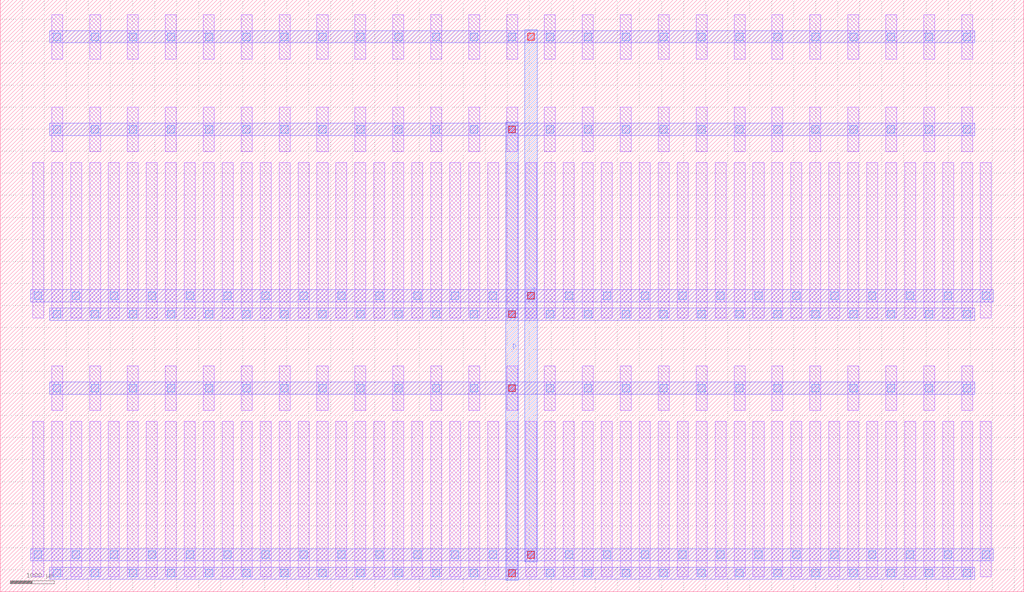
<source format=lef>
MACRO DCL_NMOS_S_38019457_X25_Y2
  UNITS 
    DATABASE MICRONS UNITS 1000;
  END UNITS 
  ORIGIN 0 0 ;
  FOREIGN DCL_NMOS_S_38019457_X25_Y2 0 0 ;
  SIZE 23220 BY 13440 ;
  PIN D
    DIRECTION INOUT ;
    USE SIGNAL ;
    PORT
      LAYER M3 ;
        RECT 11470 260 11750 10660 ;
    END
  END D
  PIN S
    DIRECTION INOUT ;
    USE SIGNAL ;
    PORT
      LAYER M3 ;
        RECT 11900 680 12180 12760 ;
    END
  END S
  OBS
    LAYER M1 ;
      RECT 1165 335 1415 3865 ;
    LAYER M1 ;
      RECT 1165 4115 1415 5125 ;
    LAYER M1 ;
      RECT 1165 6215 1415 9745 ;
    LAYER M1 ;
      RECT 1165 9995 1415 11005 ;
    LAYER M1 ;
      RECT 1165 12095 1415 13105 ;
    LAYER M1 ;
      RECT 735 335 985 3865 ;
    LAYER M1 ;
      RECT 735 6215 985 9745 ;
    LAYER M1 ;
      RECT 1595 335 1845 3865 ;
    LAYER M1 ;
      RECT 1595 6215 1845 9745 ;
    LAYER M1 ;
      RECT 2025 335 2275 3865 ;
    LAYER M1 ;
      RECT 2025 4115 2275 5125 ;
    LAYER M1 ;
      RECT 2025 6215 2275 9745 ;
    LAYER M1 ;
      RECT 2025 9995 2275 11005 ;
    LAYER M1 ;
      RECT 2025 12095 2275 13105 ;
    LAYER M1 ;
      RECT 2455 335 2705 3865 ;
    LAYER M1 ;
      RECT 2455 6215 2705 9745 ;
    LAYER M1 ;
      RECT 2885 335 3135 3865 ;
    LAYER M1 ;
      RECT 2885 4115 3135 5125 ;
    LAYER M1 ;
      RECT 2885 6215 3135 9745 ;
    LAYER M1 ;
      RECT 2885 9995 3135 11005 ;
    LAYER M1 ;
      RECT 2885 12095 3135 13105 ;
    LAYER M1 ;
      RECT 3315 335 3565 3865 ;
    LAYER M1 ;
      RECT 3315 6215 3565 9745 ;
    LAYER M1 ;
      RECT 3745 335 3995 3865 ;
    LAYER M1 ;
      RECT 3745 4115 3995 5125 ;
    LAYER M1 ;
      RECT 3745 6215 3995 9745 ;
    LAYER M1 ;
      RECT 3745 9995 3995 11005 ;
    LAYER M1 ;
      RECT 3745 12095 3995 13105 ;
    LAYER M1 ;
      RECT 4175 335 4425 3865 ;
    LAYER M1 ;
      RECT 4175 6215 4425 9745 ;
    LAYER M1 ;
      RECT 4605 335 4855 3865 ;
    LAYER M1 ;
      RECT 4605 4115 4855 5125 ;
    LAYER M1 ;
      RECT 4605 6215 4855 9745 ;
    LAYER M1 ;
      RECT 4605 9995 4855 11005 ;
    LAYER M1 ;
      RECT 4605 12095 4855 13105 ;
    LAYER M1 ;
      RECT 5035 335 5285 3865 ;
    LAYER M1 ;
      RECT 5035 6215 5285 9745 ;
    LAYER M1 ;
      RECT 5465 335 5715 3865 ;
    LAYER M1 ;
      RECT 5465 4115 5715 5125 ;
    LAYER M1 ;
      RECT 5465 6215 5715 9745 ;
    LAYER M1 ;
      RECT 5465 9995 5715 11005 ;
    LAYER M1 ;
      RECT 5465 12095 5715 13105 ;
    LAYER M1 ;
      RECT 5895 335 6145 3865 ;
    LAYER M1 ;
      RECT 5895 6215 6145 9745 ;
    LAYER M1 ;
      RECT 6325 335 6575 3865 ;
    LAYER M1 ;
      RECT 6325 4115 6575 5125 ;
    LAYER M1 ;
      RECT 6325 6215 6575 9745 ;
    LAYER M1 ;
      RECT 6325 9995 6575 11005 ;
    LAYER M1 ;
      RECT 6325 12095 6575 13105 ;
    LAYER M1 ;
      RECT 6755 335 7005 3865 ;
    LAYER M1 ;
      RECT 6755 6215 7005 9745 ;
    LAYER M1 ;
      RECT 7185 335 7435 3865 ;
    LAYER M1 ;
      RECT 7185 4115 7435 5125 ;
    LAYER M1 ;
      RECT 7185 6215 7435 9745 ;
    LAYER M1 ;
      RECT 7185 9995 7435 11005 ;
    LAYER M1 ;
      RECT 7185 12095 7435 13105 ;
    LAYER M1 ;
      RECT 7615 335 7865 3865 ;
    LAYER M1 ;
      RECT 7615 6215 7865 9745 ;
    LAYER M1 ;
      RECT 8045 335 8295 3865 ;
    LAYER M1 ;
      RECT 8045 4115 8295 5125 ;
    LAYER M1 ;
      RECT 8045 6215 8295 9745 ;
    LAYER M1 ;
      RECT 8045 9995 8295 11005 ;
    LAYER M1 ;
      RECT 8045 12095 8295 13105 ;
    LAYER M1 ;
      RECT 8475 335 8725 3865 ;
    LAYER M1 ;
      RECT 8475 6215 8725 9745 ;
    LAYER M1 ;
      RECT 8905 335 9155 3865 ;
    LAYER M1 ;
      RECT 8905 4115 9155 5125 ;
    LAYER M1 ;
      RECT 8905 6215 9155 9745 ;
    LAYER M1 ;
      RECT 8905 9995 9155 11005 ;
    LAYER M1 ;
      RECT 8905 12095 9155 13105 ;
    LAYER M1 ;
      RECT 9335 335 9585 3865 ;
    LAYER M1 ;
      RECT 9335 6215 9585 9745 ;
    LAYER M1 ;
      RECT 9765 335 10015 3865 ;
    LAYER M1 ;
      RECT 9765 4115 10015 5125 ;
    LAYER M1 ;
      RECT 9765 6215 10015 9745 ;
    LAYER M1 ;
      RECT 9765 9995 10015 11005 ;
    LAYER M1 ;
      RECT 9765 12095 10015 13105 ;
    LAYER M1 ;
      RECT 10195 335 10445 3865 ;
    LAYER M1 ;
      RECT 10195 6215 10445 9745 ;
    LAYER M1 ;
      RECT 10625 335 10875 3865 ;
    LAYER M1 ;
      RECT 10625 4115 10875 5125 ;
    LAYER M1 ;
      RECT 10625 6215 10875 9745 ;
    LAYER M1 ;
      RECT 10625 9995 10875 11005 ;
    LAYER M1 ;
      RECT 10625 12095 10875 13105 ;
    LAYER M1 ;
      RECT 11055 335 11305 3865 ;
    LAYER M1 ;
      RECT 11055 6215 11305 9745 ;
    LAYER M1 ;
      RECT 11485 335 11735 3865 ;
    LAYER M1 ;
      RECT 11485 4115 11735 5125 ;
    LAYER M1 ;
      RECT 11485 6215 11735 9745 ;
    LAYER M1 ;
      RECT 11485 9995 11735 11005 ;
    LAYER M1 ;
      RECT 11485 12095 11735 13105 ;
    LAYER M1 ;
      RECT 11915 335 12165 3865 ;
    LAYER M1 ;
      RECT 11915 6215 12165 9745 ;
    LAYER M1 ;
      RECT 12345 335 12595 3865 ;
    LAYER M1 ;
      RECT 12345 4115 12595 5125 ;
    LAYER M1 ;
      RECT 12345 6215 12595 9745 ;
    LAYER M1 ;
      RECT 12345 9995 12595 11005 ;
    LAYER M1 ;
      RECT 12345 12095 12595 13105 ;
    LAYER M1 ;
      RECT 12775 335 13025 3865 ;
    LAYER M1 ;
      RECT 12775 6215 13025 9745 ;
    LAYER M1 ;
      RECT 13205 335 13455 3865 ;
    LAYER M1 ;
      RECT 13205 4115 13455 5125 ;
    LAYER M1 ;
      RECT 13205 6215 13455 9745 ;
    LAYER M1 ;
      RECT 13205 9995 13455 11005 ;
    LAYER M1 ;
      RECT 13205 12095 13455 13105 ;
    LAYER M1 ;
      RECT 13635 335 13885 3865 ;
    LAYER M1 ;
      RECT 13635 6215 13885 9745 ;
    LAYER M1 ;
      RECT 14065 335 14315 3865 ;
    LAYER M1 ;
      RECT 14065 4115 14315 5125 ;
    LAYER M1 ;
      RECT 14065 6215 14315 9745 ;
    LAYER M1 ;
      RECT 14065 9995 14315 11005 ;
    LAYER M1 ;
      RECT 14065 12095 14315 13105 ;
    LAYER M1 ;
      RECT 14495 335 14745 3865 ;
    LAYER M1 ;
      RECT 14495 6215 14745 9745 ;
    LAYER M1 ;
      RECT 14925 335 15175 3865 ;
    LAYER M1 ;
      RECT 14925 4115 15175 5125 ;
    LAYER M1 ;
      RECT 14925 6215 15175 9745 ;
    LAYER M1 ;
      RECT 14925 9995 15175 11005 ;
    LAYER M1 ;
      RECT 14925 12095 15175 13105 ;
    LAYER M1 ;
      RECT 15355 335 15605 3865 ;
    LAYER M1 ;
      RECT 15355 6215 15605 9745 ;
    LAYER M1 ;
      RECT 15785 335 16035 3865 ;
    LAYER M1 ;
      RECT 15785 4115 16035 5125 ;
    LAYER M1 ;
      RECT 15785 6215 16035 9745 ;
    LAYER M1 ;
      RECT 15785 9995 16035 11005 ;
    LAYER M1 ;
      RECT 15785 12095 16035 13105 ;
    LAYER M1 ;
      RECT 16215 335 16465 3865 ;
    LAYER M1 ;
      RECT 16215 6215 16465 9745 ;
    LAYER M1 ;
      RECT 16645 335 16895 3865 ;
    LAYER M1 ;
      RECT 16645 4115 16895 5125 ;
    LAYER M1 ;
      RECT 16645 6215 16895 9745 ;
    LAYER M1 ;
      RECT 16645 9995 16895 11005 ;
    LAYER M1 ;
      RECT 16645 12095 16895 13105 ;
    LAYER M1 ;
      RECT 17075 335 17325 3865 ;
    LAYER M1 ;
      RECT 17075 6215 17325 9745 ;
    LAYER M1 ;
      RECT 17505 335 17755 3865 ;
    LAYER M1 ;
      RECT 17505 4115 17755 5125 ;
    LAYER M1 ;
      RECT 17505 6215 17755 9745 ;
    LAYER M1 ;
      RECT 17505 9995 17755 11005 ;
    LAYER M1 ;
      RECT 17505 12095 17755 13105 ;
    LAYER M1 ;
      RECT 17935 335 18185 3865 ;
    LAYER M1 ;
      RECT 17935 6215 18185 9745 ;
    LAYER M1 ;
      RECT 18365 335 18615 3865 ;
    LAYER M1 ;
      RECT 18365 4115 18615 5125 ;
    LAYER M1 ;
      RECT 18365 6215 18615 9745 ;
    LAYER M1 ;
      RECT 18365 9995 18615 11005 ;
    LAYER M1 ;
      RECT 18365 12095 18615 13105 ;
    LAYER M1 ;
      RECT 18795 335 19045 3865 ;
    LAYER M1 ;
      RECT 18795 6215 19045 9745 ;
    LAYER M1 ;
      RECT 19225 335 19475 3865 ;
    LAYER M1 ;
      RECT 19225 4115 19475 5125 ;
    LAYER M1 ;
      RECT 19225 6215 19475 9745 ;
    LAYER M1 ;
      RECT 19225 9995 19475 11005 ;
    LAYER M1 ;
      RECT 19225 12095 19475 13105 ;
    LAYER M1 ;
      RECT 19655 335 19905 3865 ;
    LAYER M1 ;
      RECT 19655 6215 19905 9745 ;
    LAYER M1 ;
      RECT 20085 335 20335 3865 ;
    LAYER M1 ;
      RECT 20085 4115 20335 5125 ;
    LAYER M1 ;
      RECT 20085 6215 20335 9745 ;
    LAYER M1 ;
      RECT 20085 9995 20335 11005 ;
    LAYER M1 ;
      RECT 20085 12095 20335 13105 ;
    LAYER M1 ;
      RECT 20515 335 20765 3865 ;
    LAYER M1 ;
      RECT 20515 6215 20765 9745 ;
    LAYER M1 ;
      RECT 20945 335 21195 3865 ;
    LAYER M1 ;
      RECT 20945 4115 21195 5125 ;
    LAYER M1 ;
      RECT 20945 6215 21195 9745 ;
    LAYER M1 ;
      RECT 20945 9995 21195 11005 ;
    LAYER M1 ;
      RECT 20945 12095 21195 13105 ;
    LAYER M1 ;
      RECT 21375 335 21625 3865 ;
    LAYER M1 ;
      RECT 21375 6215 21625 9745 ;
    LAYER M1 ;
      RECT 21805 335 22055 3865 ;
    LAYER M1 ;
      RECT 21805 4115 22055 5125 ;
    LAYER M1 ;
      RECT 21805 6215 22055 9745 ;
    LAYER M1 ;
      RECT 21805 9995 22055 11005 ;
    LAYER M1 ;
      RECT 21805 12095 22055 13105 ;
    LAYER M1 ;
      RECT 22235 335 22485 3865 ;
    LAYER M1 ;
      RECT 22235 6215 22485 9745 ;
    LAYER M2 ;
      RECT 1120 280 22100 560 ;
    LAYER M2 ;
      RECT 1120 4480 22100 4760 ;
    LAYER M2 ;
      RECT 690 700 22530 980 ;
    LAYER M2 ;
      RECT 1120 6160 22100 6440 ;
    LAYER M2 ;
      RECT 1120 10360 22100 10640 ;
    LAYER M2 ;
      RECT 1120 12460 22100 12740 ;
    LAYER M2 ;
      RECT 690 6580 22530 6860 ;
    LAYER V1 ;
      RECT 1205 335 1375 505 ;
    LAYER V1 ;
      RECT 1205 4535 1375 4705 ;
    LAYER V1 ;
      RECT 1205 6215 1375 6385 ;
    LAYER V1 ;
      RECT 1205 10415 1375 10585 ;
    LAYER V1 ;
      RECT 1205 12515 1375 12685 ;
    LAYER V1 ;
      RECT 2065 335 2235 505 ;
    LAYER V1 ;
      RECT 2065 4535 2235 4705 ;
    LAYER V1 ;
      RECT 2065 6215 2235 6385 ;
    LAYER V1 ;
      RECT 2065 10415 2235 10585 ;
    LAYER V1 ;
      RECT 2065 12515 2235 12685 ;
    LAYER V1 ;
      RECT 2925 335 3095 505 ;
    LAYER V1 ;
      RECT 2925 4535 3095 4705 ;
    LAYER V1 ;
      RECT 2925 6215 3095 6385 ;
    LAYER V1 ;
      RECT 2925 10415 3095 10585 ;
    LAYER V1 ;
      RECT 2925 12515 3095 12685 ;
    LAYER V1 ;
      RECT 3785 335 3955 505 ;
    LAYER V1 ;
      RECT 3785 4535 3955 4705 ;
    LAYER V1 ;
      RECT 3785 6215 3955 6385 ;
    LAYER V1 ;
      RECT 3785 10415 3955 10585 ;
    LAYER V1 ;
      RECT 3785 12515 3955 12685 ;
    LAYER V1 ;
      RECT 4645 335 4815 505 ;
    LAYER V1 ;
      RECT 4645 4535 4815 4705 ;
    LAYER V1 ;
      RECT 4645 6215 4815 6385 ;
    LAYER V1 ;
      RECT 4645 10415 4815 10585 ;
    LAYER V1 ;
      RECT 4645 12515 4815 12685 ;
    LAYER V1 ;
      RECT 5505 335 5675 505 ;
    LAYER V1 ;
      RECT 5505 4535 5675 4705 ;
    LAYER V1 ;
      RECT 5505 6215 5675 6385 ;
    LAYER V1 ;
      RECT 5505 10415 5675 10585 ;
    LAYER V1 ;
      RECT 5505 12515 5675 12685 ;
    LAYER V1 ;
      RECT 6365 335 6535 505 ;
    LAYER V1 ;
      RECT 6365 4535 6535 4705 ;
    LAYER V1 ;
      RECT 6365 6215 6535 6385 ;
    LAYER V1 ;
      RECT 6365 10415 6535 10585 ;
    LAYER V1 ;
      RECT 6365 12515 6535 12685 ;
    LAYER V1 ;
      RECT 7225 335 7395 505 ;
    LAYER V1 ;
      RECT 7225 4535 7395 4705 ;
    LAYER V1 ;
      RECT 7225 6215 7395 6385 ;
    LAYER V1 ;
      RECT 7225 10415 7395 10585 ;
    LAYER V1 ;
      RECT 7225 12515 7395 12685 ;
    LAYER V1 ;
      RECT 8085 335 8255 505 ;
    LAYER V1 ;
      RECT 8085 4535 8255 4705 ;
    LAYER V1 ;
      RECT 8085 6215 8255 6385 ;
    LAYER V1 ;
      RECT 8085 10415 8255 10585 ;
    LAYER V1 ;
      RECT 8085 12515 8255 12685 ;
    LAYER V1 ;
      RECT 8945 335 9115 505 ;
    LAYER V1 ;
      RECT 8945 4535 9115 4705 ;
    LAYER V1 ;
      RECT 8945 6215 9115 6385 ;
    LAYER V1 ;
      RECT 8945 10415 9115 10585 ;
    LAYER V1 ;
      RECT 8945 12515 9115 12685 ;
    LAYER V1 ;
      RECT 9805 335 9975 505 ;
    LAYER V1 ;
      RECT 9805 4535 9975 4705 ;
    LAYER V1 ;
      RECT 9805 6215 9975 6385 ;
    LAYER V1 ;
      RECT 9805 10415 9975 10585 ;
    LAYER V1 ;
      RECT 9805 12515 9975 12685 ;
    LAYER V1 ;
      RECT 10665 335 10835 505 ;
    LAYER V1 ;
      RECT 10665 4535 10835 4705 ;
    LAYER V1 ;
      RECT 10665 6215 10835 6385 ;
    LAYER V1 ;
      RECT 10665 10415 10835 10585 ;
    LAYER V1 ;
      RECT 10665 12515 10835 12685 ;
    LAYER V1 ;
      RECT 11525 335 11695 505 ;
    LAYER V1 ;
      RECT 11525 4535 11695 4705 ;
    LAYER V1 ;
      RECT 11525 6215 11695 6385 ;
    LAYER V1 ;
      RECT 11525 10415 11695 10585 ;
    LAYER V1 ;
      RECT 11525 12515 11695 12685 ;
    LAYER V1 ;
      RECT 12385 335 12555 505 ;
    LAYER V1 ;
      RECT 12385 4535 12555 4705 ;
    LAYER V1 ;
      RECT 12385 6215 12555 6385 ;
    LAYER V1 ;
      RECT 12385 10415 12555 10585 ;
    LAYER V1 ;
      RECT 12385 12515 12555 12685 ;
    LAYER V1 ;
      RECT 13245 335 13415 505 ;
    LAYER V1 ;
      RECT 13245 4535 13415 4705 ;
    LAYER V1 ;
      RECT 13245 6215 13415 6385 ;
    LAYER V1 ;
      RECT 13245 10415 13415 10585 ;
    LAYER V1 ;
      RECT 13245 12515 13415 12685 ;
    LAYER V1 ;
      RECT 14105 335 14275 505 ;
    LAYER V1 ;
      RECT 14105 4535 14275 4705 ;
    LAYER V1 ;
      RECT 14105 6215 14275 6385 ;
    LAYER V1 ;
      RECT 14105 10415 14275 10585 ;
    LAYER V1 ;
      RECT 14105 12515 14275 12685 ;
    LAYER V1 ;
      RECT 14965 335 15135 505 ;
    LAYER V1 ;
      RECT 14965 4535 15135 4705 ;
    LAYER V1 ;
      RECT 14965 6215 15135 6385 ;
    LAYER V1 ;
      RECT 14965 10415 15135 10585 ;
    LAYER V1 ;
      RECT 14965 12515 15135 12685 ;
    LAYER V1 ;
      RECT 15825 335 15995 505 ;
    LAYER V1 ;
      RECT 15825 4535 15995 4705 ;
    LAYER V1 ;
      RECT 15825 6215 15995 6385 ;
    LAYER V1 ;
      RECT 15825 10415 15995 10585 ;
    LAYER V1 ;
      RECT 15825 12515 15995 12685 ;
    LAYER V1 ;
      RECT 16685 335 16855 505 ;
    LAYER V1 ;
      RECT 16685 4535 16855 4705 ;
    LAYER V1 ;
      RECT 16685 6215 16855 6385 ;
    LAYER V1 ;
      RECT 16685 10415 16855 10585 ;
    LAYER V1 ;
      RECT 16685 12515 16855 12685 ;
    LAYER V1 ;
      RECT 17545 335 17715 505 ;
    LAYER V1 ;
      RECT 17545 4535 17715 4705 ;
    LAYER V1 ;
      RECT 17545 6215 17715 6385 ;
    LAYER V1 ;
      RECT 17545 10415 17715 10585 ;
    LAYER V1 ;
      RECT 17545 12515 17715 12685 ;
    LAYER V1 ;
      RECT 18405 335 18575 505 ;
    LAYER V1 ;
      RECT 18405 4535 18575 4705 ;
    LAYER V1 ;
      RECT 18405 6215 18575 6385 ;
    LAYER V1 ;
      RECT 18405 10415 18575 10585 ;
    LAYER V1 ;
      RECT 18405 12515 18575 12685 ;
    LAYER V1 ;
      RECT 19265 335 19435 505 ;
    LAYER V1 ;
      RECT 19265 4535 19435 4705 ;
    LAYER V1 ;
      RECT 19265 6215 19435 6385 ;
    LAYER V1 ;
      RECT 19265 10415 19435 10585 ;
    LAYER V1 ;
      RECT 19265 12515 19435 12685 ;
    LAYER V1 ;
      RECT 20125 335 20295 505 ;
    LAYER V1 ;
      RECT 20125 4535 20295 4705 ;
    LAYER V1 ;
      RECT 20125 6215 20295 6385 ;
    LAYER V1 ;
      RECT 20125 10415 20295 10585 ;
    LAYER V1 ;
      RECT 20125 12515 20295 12685 ;
    LAYER V1 ;
      RECT 20985 335 21155 505 ;
    LAYER V1 ;
      RECT 20985 4535 21155 4705 ;
    LAYER V1 ;
      RECT 20985 6215 21155 6385 ;
    LAYER V1 ;
      RECT 20985 10415 21155 10585 ;
    LAYER V1 ;
      RECT 20985 12515 21155 12685 ;
    LAYER V1 ;
      RECT 21845 335 22015 505 ;
    LAYER V1 ;
      RECT 21845 4535 22015 4705 ;
    LAYER V1 ;
      RECT 21845 6215 22015 6385 ;
    LAYER V1 ;
      RECT 21845 10415 22015 10585 ;
    LAYER V1 ;
      RECT 21845 12515 22015 12685 ;
    LAYER V1 ;
      RECT 775 755 945 925 ;
    LAYER V1 ;
      RECT 775 6635 945 6805 ;
    LAYER V1 ;
      RECT 1635 755 1805 925 ;
    LAYER V1 ;
      RECT 1635 6635 1805 6805 ;
    LAYER V1 ;
      RECT 2495 755 2665 925 ;
    LAYER V1 ;
      RECT 2495 6635 2665 6805 ;
    LAYER V1 ;
      RECT 3355 755 3525 925 ;
    LAYER V1 ;
      RECT 3355 6635 3525 6805 ;
    LAYER V1 ;
      RECT 4215 755 4385 925 ;
    LAYER V1 ;
      RECT 4215 6635 4385 6805 ;
    LAYER V1 ;
      RECT 5075 755 5245 925 ;
    LAYER V1 ;
      RECT 5075 6635 5245 6805 ;
    LAYER V1 ;
      RECT 5935 755 6105 925 ;
    LAYER V1 ;
      RECT 5935 6635 6105 6805 ;
    LAYER V1 ;
      RECT 6795 755 6965 925 ;
    LAYER V1 ;
      RECT 6795 6635 6965 6805 ;
    LAYER V1 ;
      RECT 7655 755 7825 925 ;
    LAYER V1 ;
      RECT 7655 6635 7825 6805 ;
    LAYER V1 ;
      RECT 8515 755 8685 925 ;
    LAYER V1 ;
      RECT 8515 6635 8685 6805 ;
    LAYER V1 ;
      RECT 9375 755 9545 925 ;
    LAYER V1 ;
      RECT 9375 6635 9545 6805 ;
    LAYER V1 ;
      RECT 10235 755 10405 925 ;
    LAYER V1 ;
      RECT 10235 6635 10405 6805 ;
    LAYER V1 ;
      RECT 11095 755 11265 925 ;
    LAYER V1 ;
      RECT 11095 6635 11265 6805 ;
    LAYER V1 ;
      RECT 11955 755 12125 925 ;
    LAYER V1 ;
      RECT 11955 6635 12125 6805 ;
    LAYER V1 ;
      RECT 12815 755 12985 925 ;
    LAYER V1 ;
      RECT 12815 6635 12985 6805 ;
    LAYER V1 ;
      RECT 13675 755 13845 925 ;
    LAYER V1 ;
      RECT 13675 6635 13845 6805 ;
    LAYER V1 ;
      RECT 14535 755 14705 925 ;
    LAYER V1 ;
      RECT 14535 6635 14705 6805 ;
    LAYER V1 ;
      RECT 15395 755 15565 925 ;
    LAYER V1 ;
      RECT 15395 6635 15565 6805 ;
    LAYER V1 ;
      RECT 16255 755 16425 925 ;
    LAYER V1 ;
      RECT 16255 6635 16425 6805 ;
    LAYER V1 ;
      RECT 17115 755 17285 925 ;
    LAYER V1 ;
      RECT 17115 6635 17285 6805 ;
    LAYER V1 ;
      RECT 17975 755 18145 925 ;
    LAYER V1 ;
      RECT 17975 6635 18145 6805 ;
    LAYER V1 ;
      RECT 18835 755 19005 925 ;
    LAYER V1 ;
      RECT 18835 6635 19005 6805 ;
    LAYER V1 ;
      RECT 19695 755 19865 925 ;
    LAYER V1 ;
      RECT 19695 6635 19865 6805 ;
    LAYER V1 ;
      RECT 20555 755 20725 925 ;
    LAYER V1 ;
      RECT 20555 6635 20725 6805 ;
    LAYER V1 ;
      RECT 21415 755 21585 925 ;
    LAYER V1 ;
      RECT 21415 6635 21585 6805 ;
    LAYER V1 ;
      RECT 22275 755 22445 925 ;
    LAYER V1 ;
      RECT 22275 6635 22445 6805 ;
    LAYER V2 ;
      RECT 11535 345 11685 495 ;
    LAYER V2 ;
      RECT 11535 4545 11685 4695 ;
    LAYER V2 ;
      RECT 11535 6225 11685 6375 ;
    LAYER V2 ;
      RECT 11535 10425 11685 10575 ;
    LAYER V2 ;
      RECT 11965 765 12115 915 ;
    LAYER V2 ;
      RECT 11965 6645 12115 6795 ;
    LAYER V2 ;
      RECT 11965 12525 12115 12675 ;
  END
END DCL_NMOS_S_38019457_X25_Y2

</source>
